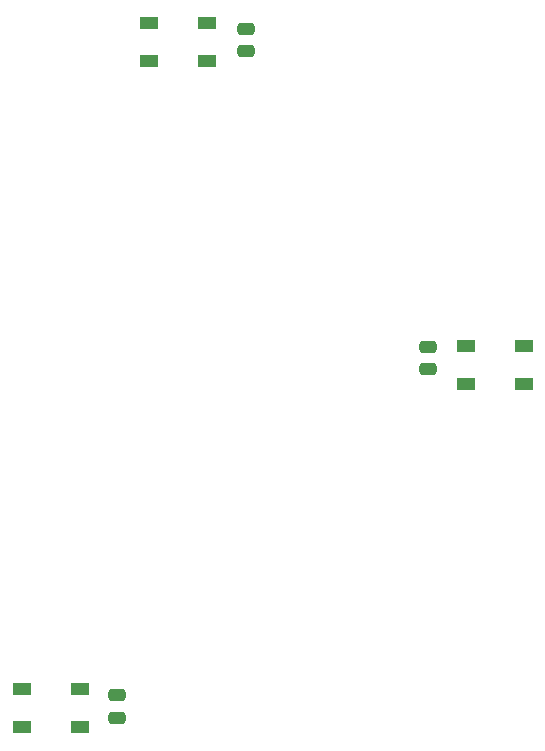
<source format=gtp>
%TF.GenerationSoftware,KiCad,Pcbnew,(6.0.7)*%
%TF.CreationDate,2022-11-21T20:11:54+01:00*%
%TF.ProjectId,Arbolito Tronco 2,4172626f-6c69-4746-9f20-54726f6e636f,rev?*%
%TF.SameCoordinates,Original*%
%TF.FileFunction,Paste,Top*%
%TF.FilePolarity,Positive*%
%FSLAX46Y46*%
G04 Gerber Fmt 4.6, Leading zero omitted, Abs format (unit mm)*
G04 Created by KiCad (PCBNEW (6.0.7)) date 2022-11-21 20:11:54*
%MOMM*%
%LPD*%
G01*
G04 APERTURE LIST*
G04 Aperture macros list*
%AMRoundRect*
0 Rectangle with rounded corners*
0 $1 Rounding radius*
0 $2 $3 $4 $5 $6 $7 $8 $9 X,Y pos of 4 corners*
0 Add a 4 corners polygon primitive as box body*
4,1,4,$2,$3,$4,$5,$6,$7,$8,$9,$2,$3,0*
0 Add four circle primitives for the rounded corners*
1,1,$1+$1,$2,$3*
1,1,$1+$1,$4,$5*
1,1,$1+$1,$6,$7*
1,1,$1+$1,$8,$9*
0 Add four rect primitives between the rounded corners*
20,1,$1+$1,$2,$3,$4,$5,0*
20,1,$1+$1,$4,$5,$6,$7,0*
20,1,$1+$1,$6,$7,$8,$9,0*
20,1,$1+$1,$8,$9,$2,$3,0*%
G04 Aperture macros list end*
%ADD10RoundRect,0.250000X-0.475000X0.250000X-0.475000X-0.250000X0.475000X-0.250000X0.475000X0.250000X0*%
%ADD11R,1.500000X1.000000*%
G04 APERTURE END LIST*
D10*
%TO.C,C16*%
X149050000Y-79400000D03*
X149050000Y-81300000D03*
%TD*%
D11*
%TO.C,U5*%
X125400000Y-52000000D03*
X125400000Y-55200000D03*
X130300000Y-55200000D03*
X130300000Y-52000000D03*
%TD*%
D10*
%TO.C,C12*%
X133600000Y-52450000D03*
X133600000Y-54350000D03*
%TD*%
D11*
%TO.C,U1*%
X114650000Y-108400000D03*
X114650000Y-111600000D03*
X119550000Y-111600000D03*
X119550000Y-108400000D03*
%TD*%
D10*
%TO.C,C14*%
X122700000Y-108900000D03*
X122700000Y-110800000D03*
%TD*%
D11*
%TO.C,U4*%
X152250000Y-79350000D03*
X152250000Y-82550000D03*
X157150000Y-82550000D03*
X157150000Y-79350000D03*
%TD*%
M02*

</source>
